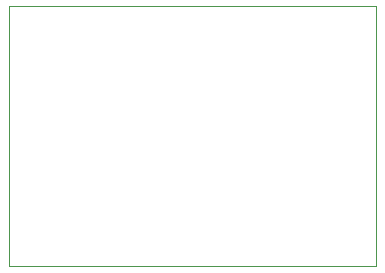
<source format=gbr>
%TF.GenerationSoftware,KiCad,Pcbnew,(6.99.0-2635-gfc1afa6298)*%
%TF.CreationDate,2022-08-16T08:58:36-07:00*%
%TF.ProjectId,seatalk_wifi,73656174-616c-46b5-9f77-6966692e6b69,rev?*%
%TF.SameCoordinates,Original*%
%TF.FileFunction,Profile,NP*%
%FSLAX46Y46*%
G04 Gerber Fmt 4.6, Leading zero omitted, Abs format (unit mm)*
G04 Created by KiCad (PCBNEW (6.99.0-2635-gfc1afa6298)) date 2022-08-16 08:58:36*
%MOMM*%
%LPD*%
G01*
G04 APERTURE LIST*
%TA.AperFunction,Profile*%
%ADD10C,0.050000*%
%TD*%
G04 APERTURE END LIST*
D10*
X123000000Y-111000000D02*
X123000000Y-89000000D01*
X154000000Y-111000000D02*
X123000000Y-111000000D01*
X154000000Y-89000000D02*
X154000000Y-111000000D01*
X123000000Y-89000000D02*
X154000000Y-89000000D01*
M02*

</source>
